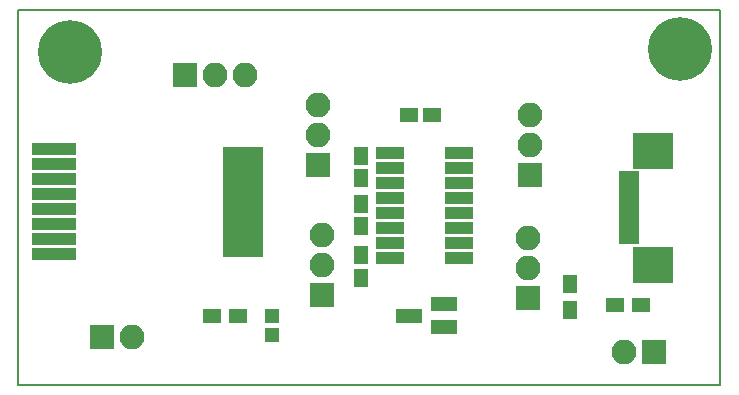
<source format=gbr>
G04 #@! TF.FileFunction,Soldermask,Top*
%FSLAX46Y46*%
G04 Gerber Fmt 4.6, Leading zero omitted, Abs format (unit mm)*
G04 Created by KiCad (PCBNEW 4.0.6) date 07/10/17 08:56:55*
%MOMM*%
%LPD*%
G01*
G04 APERTURE LIST*
%ADD10C,0.100000*%
%ADD11C,0.150000*%
%ADD12C,5.400000*%
%ADD13R,2.400000X1.000000*%
%ADD14R,1.600000X1.300000*%
%ADD15R,1.300000X1.600000*%
%ADD16R,2.300000X1.200000*%
%ADD17R,2.100000X2.100000*%
%ADD18O,2.100000X2.100000*%
%ADD19R,3.800000X1.000000*%
%ADD20R,3.400000X9.400000*%
%ADD21R,1.200000X1.200000*%
%ADD22R,1.600000X1.150000*%
%ADD23R,1.150000X1.600000*%
%ADD24R,3.400000X3.100000*%
%ADD25R,1.800000X0.700000*%
G04 APERTURE END LIST*
D10*
D11*
X92102000Y-60452000D02*
X32666000Y-60452000D01*
X92102000Y-28702000D02*
X92102000Y-60452000D01*
X32666000Y-60452000D02*
X32666000Y-28702000D01*
X32666000Y-28702000D02*
X33428000Y-28702000D01*
X33428000Y-28702000D02*
X92102000Y-28702000D01*
D12*
X88690000Y-31990000D03*
D13*
X64090000Y-40815000D03*
X64090000Y-42085000D03*
X64090000Y-43355000D03*
X64090000Y-44625000D03*
X64090000Y-45895000D03*
X64090000Y-47165000D03*
X64090000Y-48435000D03*
X64090000Y-49705000D03*
X69990000Y-49705000D03*
X69990000Y-48435000D03*
X69990000Y-47165000D03*
X69990000Y-45895000D03*
X69990000Y-44625000D03*
X69990000Y-43355000D03*
X69990000Y-42085000D03*
X69990000Y-40815000D03*
D14*
X49092000Y-54610000D03*
X51292000Y-54610000D03*
X85330000Y-53710000D03*
X83130000Y-53710000D03*
D15*
X79390000Y-54100000D03*
X79390000Y-51900000D03*
D16*
X68710000Y-55560000D03*
X68710000Y-53660000D03*
X65710000Y-54610000D03*
D17*
X75846000Y-53086000D03*
D18*
X75846000Y-50546000D03*
X75846000Y-48006000D03*
D17*
X75950000Y-42720000D03*
D18*
X75950000Y-40180000D03*
X75950000Y-37640000D03*
D17*
X58020000Y-41870000D03*
D18*
X58020000Y-39330000D03*
X58020000Y-36790000D03*
D17*
X58400000Y-52840000D03*
D18*
X58400000Y-50300000D03*
X58400000Y-47760000D03*
D19*
X35714000Y-49403000D03*
X35714000Y-48133000D03*
X35714000Y-46863000D03*
X35714000Y-45593000D03*
X35714000Y-44323000D03*
X35714000Y-43053000D03*
X35714000Y-41783000D03*
X35714000Y-40513000D03*
D20*
X51714000Y-44958000D03*
D17*
X39778000Y-56388000D03*
D18*
X42318000Y-56388000D03*
D17*
X86514000Y-57658000D03*
D18*
X83974000Y-57658000D03*
D17*
X46740000Y-34250000D03*
D18*
X49280000Y-34250000D03*
X51820000Y-34250000D03*
D21*
X54110000Y-54610000D03*
X54110000Y-56210000D03*
D22*
X65750000Y-37610000D03*
X67650000Y-37610000D03*
D23*
X61640000Y-51410000D03*
X61640000Y-49510000D03*
X61690000Y-45140000D03*
X61690000Y-47040000D03*
X61650000Y-41070000D03*
X61650000Y-42970000D03*
D24*
X86350000Y-40640000D03*
X86350000Y-50300000D03*
D25*
X84350000Y-48220000D03*
X84350000Y-47720000D03*
X84350000Y-47220000D03*
X84350000Y-46720000D03*
X84350000Y-46220000D03*
X84350000Y-45720000D03*
X84350000Y-45220000D03*
X84350000Y-44720000D03*
X84350000Y-44220000D03*
X84350000Y-43720000D03*
X84350000Y-43220000D03*
X84350000Y-42720000D03*
D12*
X37010000Y-32270000D03*
M02*

</source>
